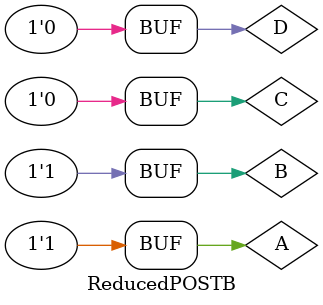
<source format=v>
`timescale 1ns / 1ps


module ReducedPOSTB;

	// Inputs
	reg A;
	reg B;
	reg C;
	reg D;

	// Outputs
	wire OUT;

	// Instantiate the Unit Under Test (UUT)
	ReducedPOS uut (
		.A(A), 
		.B(B), 
		.C(C), 
		.D(D), 
		.OUT(OUT)
	);

	initial begin
		// Initialize Inputs
		A = 0;B = 0;C = 0;D = 0;#100;
		A = 0;B = 1;C = 0;D = 1;#100;
		A = 0;B = 1;C = 1;D = 0;#100;
		A = 1;B = 1;C = 0;D = 0;#100;

	end
      
endmodule


</source>
